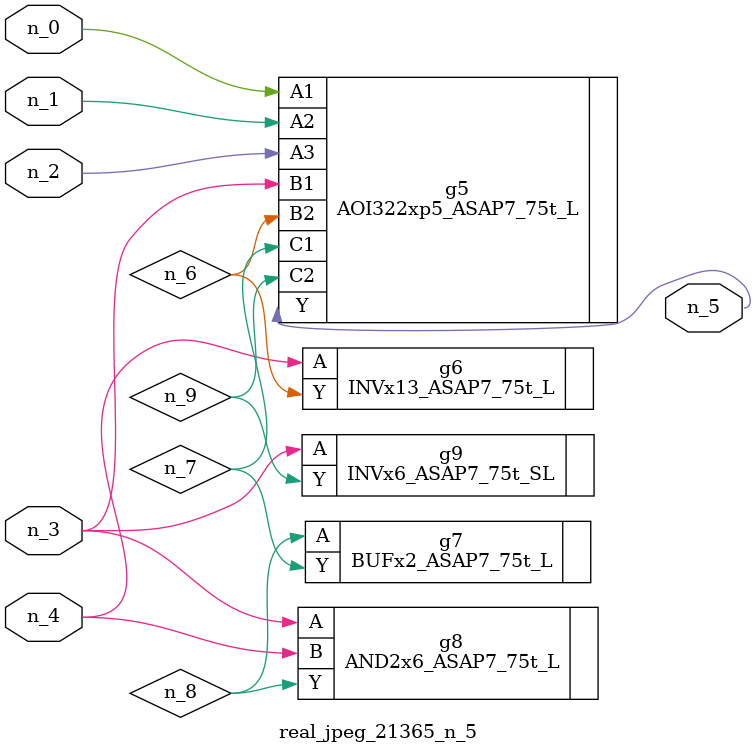
<source format=v>
module real_jpeg_21365_n_5 (n_4, n_0, n_1, n_2, n_3, n_5);

input n_4;
input n_0;
input n_1;
input n_2;
input n_3;

output n_5;

wire n_8;
wire n_6;
wire n_7;
wire n_9;

AOI322xp5_ASAP7_75t_L g5 ( 
.A1(n_0),
.A2(n_1),
.A3(n_2),
.B1(n_3),
.B2(n_6),
.C1(n_7),
.C2(n_9),
.Y(n_5)
);

AND2x6_ASAP7_75t_L g8 ( 
.A(n_3),
.B(n_4),
.Y(n_8)
);

INVx6_ASAP7_75t_SL g9 ( 
.A(n_3),
.Y(n_9)
);

INVx13_ASAP7_75t_L g6 ( 
.A(n_4),
.Y(n_6)
);

BUFx2_ASAP7_75t_L g7 ( 
.A(n_8),
.Y(n_7)
);


endmodule
</source>
